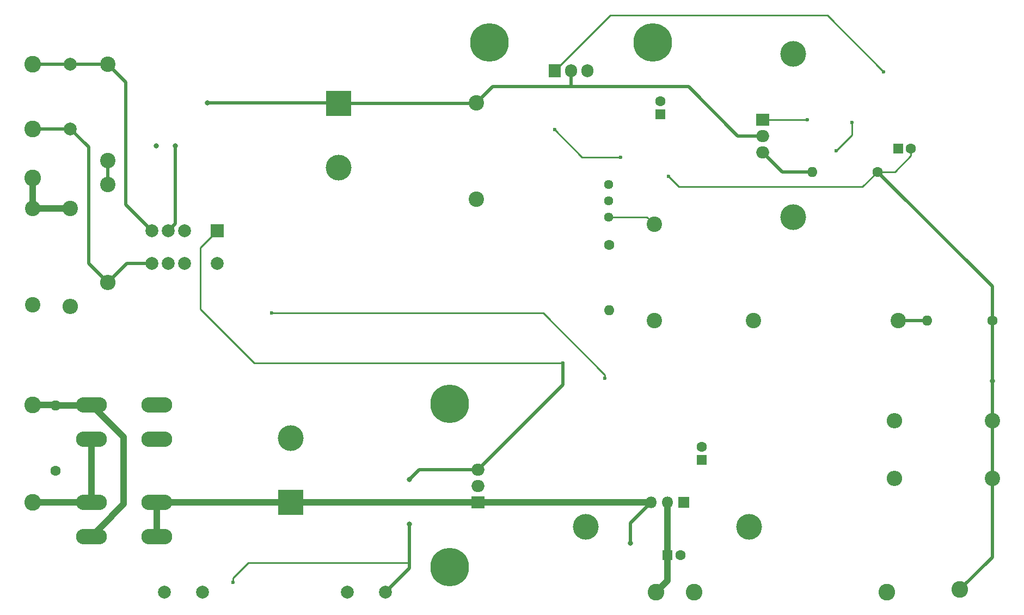
<source format=gbr>
G04 #@! TF.GenerationSoftware,KiCad,Pcbnew,(5.1.10-0-10_14)*
G04 #@! TF.CreationDate,2021-08-21T16:13:38+02:00*
G04 #@! TF.ProjectId,hv-power-supply-v1,68762d70-6f77-4657-922d-737570706c79,rev?*
G04 #@! TF.SameCoordinates,Original*
G04 #@! TF.FileFunction,Copper,L2,Bot*
G04 #@! TF.FilePolarity,Positive*
%FSLAX46Y46*%
G04 Gerber Fmt 4.6, Leading zero omitted, Abs format (unit mm)*
G04 Created by KiCad (PCBNEW (5.1.10-0-10_14)) date 2021-08-21 16:13:38*
%MOMM*%
%LPD*%
G01*
G04 APERTURE LIST*
G04 #@! TA.AperFunction,ComponentPad*
%ADD10C,2.400000*%
G04 #@! TD*
G04 #@! TA.AperFunction,ComponentPad*
%ADD11C,2.000000*%
G04 #@! TD*
G04 #@! TA.AperFunction,ComponentPad*
%ADD12R,2.000000X2.000000*%
G04 #@! TD*
G04 #@! TA.AperFunction,ComponentPad*
%ADD13O,2.400000X2.400000*%
G04 #@! TD*
G04 #@! TA.AperFunction,ComponentPad*
%ADD14O,1.600000X1.600000*%
G04 #@! TD*
G04 #@! TA.AperFunction,ComponentPad*
%ADD15C,1.600000*%
G04 #@! TD*
G04 #@! TA.AperFunction,ComponentPad*
%ADD16C,1.440000*%
G04 #@! TD*
G04 #@! TA.AperFunction,ComponentPad*
%ADD17O,2.000000X1.905000*%
G04 #@! TD*
G04 #@! TA.AperFunction,ComponentPad*
%ADD18R,2.000000X1.905000*%
G04 #@! TD*
G04 #@! TA.AperFunction,ComponentPad*
%ADD19C,6.000000*%
G04 #@! TD*
G04 #@! TA.AperFunction,ComponentPad*
%ADD20C,4.000000*%
G04 #@! TD*
G04 #@! TA.AperFunction,ComponentPad*
%ADD21R,1.600000X1.600000*%
G04 #@! TD*
G04 #@! TA.AperFunction,ComponentPad*
%ADD22R,4.000000X4.000000*%
G04 #@! TD*
G04 #@! TA.AperFunction,ComponentPad*
%ADD23O,4.800600X2.400300*%
G04 #@! TD*
G04 #@! TA.AperFunction,ComponentPad*
%ADD24O,1.905000X2.000000*%
G04 #@! TD*
G04 #@! TA.AperFunction,ComponentPad*
%ADD25R,1.905000X2.000000*%
G04 #@! TD*
G04 #@! TA.AperFunction,ComponentPad*
%ADD26C,2.600000*%
G04 #@! TD*
G04 #@! TA.AperFunction,ComponentPad*
%ADD27R,1.800000X1.800000*%
G04 #@! TD*
G04 #@! TA.AperFunction,ComponentPad*
%ADD28O,1.800000X1.800000*%
G04 #@! TD*
G04 #@! TA.AperFunction,ViaPad*
%ADD29C,0.600000*%
G04 #@! TD*
G04 #@! TA.AperFunction,ViaPad*
%ADD30C,0.800000*%
G04 #@! TD*
G04 #@! TA.AperFunction,Conductor*
%ADD31C,1.000000*%
G04 #@! TD*
G04 #@! TA.AperFunction,Conductor*
%ADD32C,0.500000*%
G04 #@! TD*
G04 #@! TA.AperFunction,Conductor*
%ADD33C,0.250000*%
G04 #@! TD*
G04 APERTURE END LIST*
D10*
X71056500Y-57644000D03*
X71056500Y-72644000D03*
D11*
X77914500Y-83502500D03*
X77914500Y-88582500D03*
X82994500Y-83502500D03*
D12*
X88074500Y-83502500D03*
D11*
X82994500Y-88582500D03*
X88074500Y-88582500D03*
X80454500Y-83502500D03*
X80454500Y-88582500D03*
D13*
X193357500Y-122047000D03*
D10*
X208597500Y-122047000D03*
X156019500Y-82536000D03*
X156019500Y-97536000D03*
D14*
X180594000Y-74358500D03*
D15*
X190754000Y-74358500D03*
D16*
X148971000Y-81407000D03*
X148971000Y-78867000D03*
X148971000Y-76327000D03*
D14*
X149034500Y-95885000D03*
D15*
X149034500Y-85725000D03*
D17*
X172910500Y-71310500D03*
X172910500Y-68770500D03*
D18*
X172910500Y-66230500D03*
D19*
X130365500Y-54229000D03*
X155765500Y-54229000D03*
D20*
X177609500Y-56007000D03*
X177609500Y-81407000D03*
D10*
X171492500Y-97536000D03*
X193992500Y-97536000D03*
D15*
X195961000Y-70739000D03*
D21*
X193961000Y-70739000D03*
D15*
X156972000Y-63405000D03*
D21*
X156972000Y-65405000D03*
D14*
X62928500Y-110680500D03*
D15*
X62928500Y-120840500D03*
D13*
X71056500Y-91567000D03*
D10*
X71056500Y-76327000D03*
D11*
X65214500Y-57658000D03*
X65214500Y-67658000D03*
D19*
X124206000Y-135890000D03*
X124206000Y-110490000D03*
D20*
X99504500Y-115753000D03*
D22*
X99504500Y-125753000D03*
D18*
X128613000Y-125753000D03*
D17*
X128613000Y-123213000D03*
X128613000Y-120673000D03*
D20*
X145377000Y-129563000D03*
X170777000Y-129563000D03*
D13*
X193357500Y-113093500D03*
D10*
X208597500Y-113093500D03*
D23*
X68542000Y-110640000D03*
X78702000Y-110640000D03*
X78702000Y-131087000D03*
X68542000Y-131087000D03*
X78702000Y-125753000D03*
X68542000Y-125753000D03*
X68542000Y-115974000D03*
X78702000Y-115974000D03*
D15*
X163411000Y-117149000D03*
D21*
X163411000Y-119149000D03*
D13*
X65214500Y-95313500D03*
D10*
X65214500Y-80073500D03*
D24*
X145669000Y-58610500D03*
X143129000Y-58610500D03*
D25*
X140589000Y-58610500D03*
D26*
X162268000Y-139723000D03*
X156299000Y-139723000D03*
X59398000Y-110640000D03*
X59372500Y-125753000D03*
X59398000Y-75334000D03*
X59372500Y-67691000D03*
X59372500Y-57658000D03*
D15*
X160077000Y-134008000D03*
D21*
X158077000Y-134008000D03*
D14*
X198437500Y-97536000D03*
D15*
X208597500Y-97536000D03*
D11*
X108293000Y-139723000D03*
X114262000Y-139723000D03*
X79845000Y-139723000D03*
X85814000Y-139723000D03*
D26*
X192240000Y-139723000D03*
X203543000Y-139342000D03*
D10*
X128397000Y-63627000D03*
X128397000Y-78627000D03*
D20*
X106934000Y-73690500D03*
D22*
X106934000Y-63690500D03*
D10*
X59372500Y-95073500D03*
X59372500Y-80073500D03*
D27*
X160617000Y-125753000D03*
D28*
X158077000Y-125753000D03*
X155537000Y-125753000D03*
D29*
X141800500Y-104120000D03*
D30*
X117945000Y-122197000D03*
X117945000Y-129182000D03*
D29*
X90513000Y-138199000D03*
D30*
X86521400Y-63656100D03*
D29*
X148361500Y-106449000D03*
X96520000Y-96329500D03*
D30*
X152298500Y-132103000D03*
D29*
X158242000Y-75057000D03*
X150825200Y-72085200D03*
X140512800Y-67818000D03*
D30*
X208597500Y-106934000D03*
D29*
X184340500Y-71056500D03*
X186753500Y-66675000D03*
X179832000Y-66230500D03*
X191706500Y-58801000D03*
D30*
X78613000Y-70294500D03*
X81534000Y-70294500D03*
D31*
X59398000Y-80048000D02*
X59372500Y-80073500D01*
X59398000Y-75334000D02*
X59398000Y-80048000D01*
X59372500Y-80073500D02*
X65214500Y-80073500D01*
D32*
X141800500Y-107485500D02*
X128613000Y-120673000D01*
X141800500Y-104120000D02*
X141800500Y-107485500D01*
X119469000Y-120673000D02*
X117945000Y-122197000D01*
X128613000Y-120673000D02*
X119469000Y-120673000D01*
X117945000Y-136040000D02*
X114262000Y-139723000D01*
D33*
X90513000Y-138199000D02*
X90513000Y-137515500D01*
X92862500Y-135166000D02*
X117945000Y-135166000D01*
X90513000Y-137515500D02*
X92862500Y-135166000D01*
D32*
X117945000Y-135166000D02*
X117945000Y-136040000D01*
X117945000Y-129182000D02*
X117945000Y-135166000D01*
D33*
X141800500Y-104120000D02*
X93833000Y-104120000D01*
X93833000Y-104120000D02*
X85407500Y-95694500D01*
X85407500Y-86169500D02*
X88074500Y-83502500D01*
X85407500Y-95694500D02*
X85407500Y-86169500D01*
D32*
X130556000Y-61468000D02*
X128397000Y-63627000D01*
X169039998Y-68770500D02*
X161356498Y-61087000D01*
X172910500Y-68770500D02*
X169039998Y-68770500D01*
X130937000Y-61087000D02*
X130556000Y-61468000D01*
X143129000Y-58610500D02*
X143129000Y-60960000D01*
X143002000Y-61087000D02*
X130937000Y-61087000D01*
X143129000Y-60960000D02*
X143002000Y-61087000D01*
X161356498Y-61087000D02*
X143002000Y-61087000D01*
X128333500Y-63690500D02*
X128397000Y-63627000D01*
X106934000Y-63690500D02*
X128333500Y-63690500D01*
X106899600Y-63656100D02*
X106934000Y-63690500D01*
X86521400Y-63656100D02*
X106899600Y-63656100D01*
D31*
X158077000Y-125753000D02*
X158077000Y-134008000D01*
X158077000Y-137945000D02*
X156299000Y-139723000D01*
X158077000Y-134008000D02*
X158077000Y-137945000D01*
D33*
X148361500Y-106449000D02*
X148361500Y-105943500D01*
X148361500Y-105943500D02*
X138747500Y-96329500D01*
X138747500Y-96329500D02*
X97282000Y-96329500D01*
X97282000Y-96329500D02*
X96520000Y-96329500D01*
D32*
X198437500Y-97536000D02*
X193992500Y-97536000D01*
X71056500Y-72644000D02*
X71056500Y-76327000D01*
X152298500Y-128991500D02*
X155537000Y-125753000D01*
X152298500Y-132103000D02*
X152298500Y-128991500D01*
D31*
X155537000Y-125753000D02*
X128613000Y-125753000D01*
X99504500Y-125753000D02*
X128613000Y-125753000D01*
X78702000Y-131087000D02*
X78702000Y-125753000D01*
X78702000Y-125753000D02*
X99504500Y-125753000D01*
X71642310Y-127986690D02*
X71642310Y-127859690D01*
X68542000Y-131087000D02*
X71642310Y-127986690D01*
X71642310Y-127859690D02*
X73495000Y-126007000D01*
X73495000Y-115593000D02*
X68542000Y-110640000D01*
X73495000Y-126007000D02*
X73495000Y-115593000D01*
X62888000Y-110640000D02*
X62928500Y-110680500D01*
X59398000Y-110640000D02*
X62888000Y-110640000D01*
X68501500Y-110680500D02*
X68542000Y-110640000D01*
X62928500Y-110680500D02*
X68501500Y-110680500D01*
X68542000Y-115974000D02*
X68542000Y-125753000D01*
X59372500Y-125753000D02*
X68542000Y-125753000D01*
D32*
X65228500Y-57644000D02*
X65214500Y-57658000D01*
X71056500Y-57644000D02*
X65228500Y-57644000D01*
X65214500Y-57658000D02*
X59372500Y-57658000D01*
X71056500Y-57644000D02*
X73850500Y-60438000D01*
X73850500Y-79438500D02*
X77914500Y-83502500D01*
X73850500Y-60438000D02*
X73850500Y-79438500D01*
X59405500Y-67658000D02*
X59372500Y-67691000D01*
X65214500Y-67658000D02*
X59405500Y-67658000D01*
X65214500Y-67658000D02*
X68072000Y-70515500D01*
X68072000Y-88582500D02*
X71056500Y-91567000D01*
X68072000Y-70515500D02*
X68072000Y-88582500D01*
X74041000Y-88582500D02*
X71056500Y-91567000D01*
X77914500Y-88582500D02*
X74041000Y-88582500D01*
D33*
X154890500Y-81407000D02*
X156019500Y-82536000D01*
X148971000Y-81407000D02*
X154890500Y-81407000D01*
X158242000Y-75057000D02*
X159893000Y-76708000D01*
X188404500Y-76708000D02*
X190754000Y-74358500D01*
X159893000Y-76708000D02*
X188404500Y-76708000D01*
X195961000Y-71870370D02*
X195961000Y-70739000D01*
X193472870Y-74358500D02*
X195961000Y-71870370D01*
X190754000Y-74358500D02*
X193472870Y-74358500D01*
D32*
X208597500Y-92202000D02*
X190754000Y-74358500D01*
X208597500Y-97536000D02*
X208597500Y-92202000D01*
D33*
X144780000Y-72085200D02*
X140512800Y-67818000D01*
X150825200Y-72085200D02*
X144780000Y-72085200D01*
D32*
X208597500Y-113093500D02*
X208597500Y-122047000D01*
X208597500Y-134287500D02*
X203543000Y-139342000D01*
X208597500Y-122047000D02*
X208597500Y-134287500D01*
X208597500Y-106934000D02*
X208597500Y-113093500D01*
X208597500Y-97536000D02*
X208597500Y-106934000D01*
X175958500Y-74358500D02*
X172910500Y-71310500D01*
X180594000Y-74358500D02*
X175958500Y-74358500D01*
D33*
X184340500Y-71056500D02*
X186753500Y-68643500D01*
X186753500Y-68643500D02*
X186753500Y-66675000D01*
X172910500Y-66230500D02*
X179832000Y-66230500D01*
X191706500Y-58801000D02*
X182943500Y-50038000D01*
X149161500Y-50038000D02*
X140589000Y-58610500D01*
X182943500Y-50038000D02*
X149161500Y-50038000D01*
D32*
X81534000Y-82423000D02*
X80454500Y-83502500D01*
X81534000Y-70294500D02*
X81534000Y-82423000D01*
M02*

</source>
